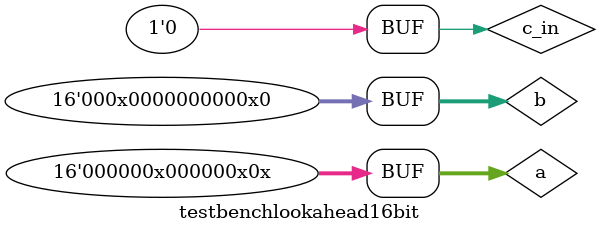
<source format=v>
`timescale 1ns / 1ps


module testbenchlookahead16bit;

	// Inputs
	reg c_in;
	reg [15:0] a;
	reg [15:0] b;

	// Outputs
	wire c_out;
	wire [15:0] s;

	// Instantiate the Unit Under Test (UUT)
	lookahead16bit uut (
		.c_in(c_in), 
		.a(a), 
		.b(b), 
		.c_out(c_out), 
		.s(s)
	);

	initial begin
		// Initialize Inputs
		c_in = 0;
		a = 16'b0;
		b = 16'b0;

		// Wait 100 ns for global reset to finish
		#100;
        
		// Add stimulus here

	end
	always #1 a[0]=~a[0];
	always #2 b[1]=~b[1];
	always #4 a[2]=~a[2];
	always #8 b[12]=~b[12];
	always #16 a[9]=~a[9];
	
      
endmodule


</source>
